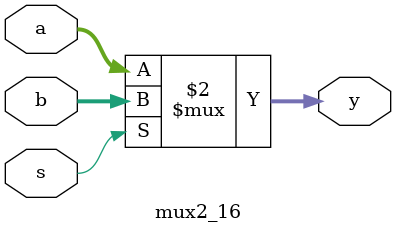
<source format=sv>

module mux2_16 (input [15:0] a, b, input s, output [15:0] y);

    assign y = (s == 1'b0) ? a : b;
    
endmodule

</source>
